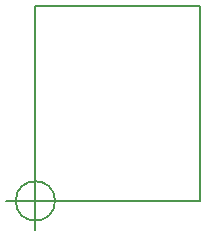
<source format=gm1>
G04 #@! TF.GenerationSoftware,KiCad,Pcbnew,(5.0.1-3-g963ef8bb5)*
G04 #@! TF.CreationDate,2019-03-06T17:01:56+01:00*
G04 #@! TF.ProjectId,TLM-v1,544C4D2D76312E6B696361645F706362,1.1*
G04 #@! TF.SameCoordinates,Original*
G04 #@! TF.FileFunction,Profile,NP*
%FSLAX46Y46*%
G04 Gerber Fmt 4.6, Leading zero omitted, Abs format (unit mm)*
G04 Created by KiCad (PCBNEW (5.0.1-3-g963ef8bb5)) date 2019 March 06, Wednesday 17:01:56*
%MOMM*%
%LPD*%
G01*
G04 APERTURE LIST*
%ADD10C,0.150000*%
G04 APERTURE END LIST*
D10*
X130947586Y-89535000D02*
G75*
G03X130947586Y-89535000I-1666666J0D01*
G01*
X126780920Y-89535000D02*
X131780920Y-89535000D01*
X129280920Y-87035000D02*
X129280920Y-92035000D01*
X143256000Y-73025000D02*
X129286000Y-73025000D01*
X143256000Y-89535000D02*
X143256000Y-73025000D01*
X129286000Y-89535000D02*
X143256000Y-89535000D01*
X129286000Y-73025000D02*
X129286000Y-89535000D01*
M02*

</source>
